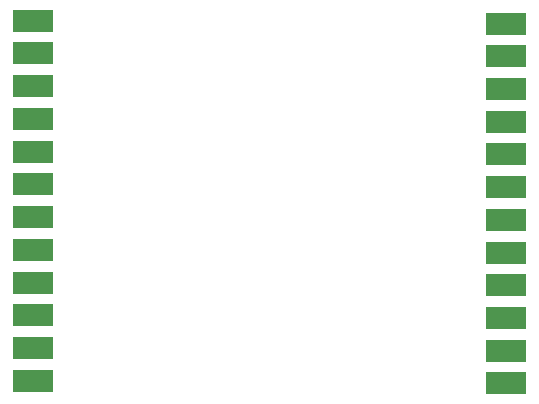
<source format=gbr>
%TF.GenerationSoftware,KiCad,Pcbnew,(5.1.9)-1*%
%TF.CreationDate,2021-07-27T22:16:15-04:00*%
%TF.ProjectId,Amiga2MacFloppy,416d6967-6132-44d6-9163-466c6f707079,1.0*%
%TF.SameCoordinates,Original*%
%TF.FileFunction,Paste,Top*%
%TF.FilePolarity,Positive*%
%FSLAX46Y46*%
G04 Gerber Fmt 4.6, Leading zero omitted, Abs format (unit mm)*
G04 Created by KiCad (PCBNEW (5.1.9)-1) date 2021-07-27 22:16:15*
%MOMM*%
%LPD*%
G01*
G04 APERTURE LIST*
%ADD10R,3.480000X1.846667*%
G04 APERTURE END LIST*
D10*
%TO.C,J3*%
X158468000Y-120289000D03*
X158468000Y-117519000D03*
X158468000Y-114749000D03*
X158468000Y-111979000D03*
X158468000Y-109209000D03*
X158468000Y-106439000D03*
X158468000Y-103669000D03*
X158468000Y-100899000D03*
X158468000Y-98129000D03*
X158468000Y-95359000D03*
X158468000Y-92589000D03*
X158468000Y-89819000D03*
%TD*%
%TO.C,J1*%
X118444000Y-89580000D03*
X118444000Y-92350000D03*
X118444000Y-95120000D03*
X118444000Y-97890000D03*
X118444000Y-100660000D03*
X118444000Y-103430000D03*
X118444000Y-106200000D03*
X118444000Y-108970000D03*
X118444000Y-111740000D03*
X118444000Y-114510000D03*
X118444000Y-117280000D03*
X118444000Y-120050000D03*
%TD*%
M02*

</source>
